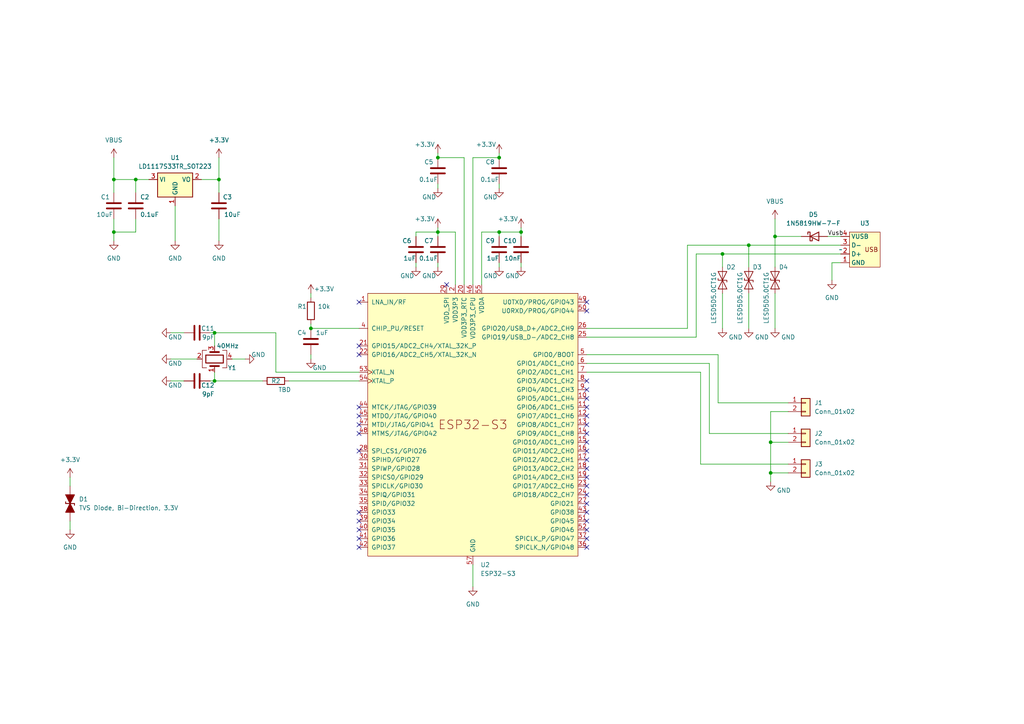
<source format=kicad_sch>
(kicad_sch (version 20230121) (generator eeschema)
  (paper "A4")
  (title_block (title "MoozyNano") (date "2023-07-21") (rev "0.1") (company "Author : Laurent Claude - www.Moozy.click") (comment 1 "License : Open Source Hardware - CC BY-SA 4.0"))
  (lib_symbols
    (symbol "1_Laurent_Librairie:PCB_USC-connector"
      (property "Reference" "U" (at 0 0 0))
      (symbol "PCB_USC-connector_1_1"
        (rectangle (start 2.54 5.08) (end 11.43 -5.08) (fill (type background)))
        (rectangle (start 8.89 0) (end 8.89 0))
        (text "USB" (at 8.89 0 0) (effects (font (size 1.27 1.27))))
        (pin power_in line (at 0 3.81 0) (length 2.54) (name "GND") (number "1"))
        (pin bidirectional line (at 0 1.27 0) (length 2.54) (name "D+") (number "2"))
        (pin bidirectional line (at 0 -1.27 0) (length 2.54) (name "D-") (number "3"))
        (pin power_in line (at 0 -3.81 0) (length 2.54) (name "VUSB") (number "4"))
      )
    )
    (symbol "Connector_Generic:Conn_01x02" (pin_names (offset 1.016) hide)
      (property "Reference" "J" (at 0 2.54 0))
      (property "Value" "Conn_01x02" (at 0 -5.08 0))
      (symbol "Conn_01x02_1_1"
        (rectangle (start -1.27 -2.413) (end 0 -2.667) (stroke (width 0.1524)))
        (rectangle (start -1.27 0.127) (end 0 -0.127) (stroke (width 0.1524)))
        (rectangle (start -1.27 1.27) (end 1.27 -3.81) (stroke (width 0.254)) (fill (type background)))
        (pin passive line (at -5.08 0 0) (length 3.81) (name "Pin_1") (number "1"))
        (pin passive line (at -5.08 -2.54 0) (length 3.81) (name "Pin_2") (number "2"))
      )
    )
    (symbol "Device:C" (pin_numbers hide) (pin_names (offset 0.254))
      (property "Reference" "C" (at 0.635 2.54 0))
      (property "Value" "C" (at 0.635 -2.54 0))
      (symbol "C_0_1"
        (polyline (pts (xy -2.032 -0.762) (xy 2.032 -0.762)) (stroke (width 0.508)))
        (polyline (pts (xy -2.032 0.762) (xy 2.032 0.762)) (stroke (width 0.508)))
      )
      (symbol "C_1_1"
        (pin passive line (at 0 3.81 270) (length 2.794) (name "~") (number "1"))
        (pin passive line (at 0 -3.81 90) (length 2.794) (name "~") (number "2"))
      )
    )
    (symbol "Device:Crystal_GND24" (pin_names (offset 1.016) hide)
      (property "Reference" "Y" (at 3.175 5.08 0))
      (property "Value" "Crystal_GND24" (at 3.175 3.175 0))
      (symbol "Crystal_GND24_0_1"
        (rectangle (start -1.143 2.54) (end 1.143 -2.54) (stroke (width 0.3048)))
        (polyline (pts (xy -2.54 0) (xy -2.032 0)))
        (polyline (pts (xy -2.032 -1.27) (xy -2.032 1.27)) (stroke (width 0.508)))
        (polyline (pts (xy 0 -3.81) (xy 0 -3.556)))
        (polyline (pts (xy 0 3.556) (xy 0 3.81)))
        (polyline (pts (xy 2.032 -1.27) (xy 2.032 1.27)) (stroke (width 0.508)))
        (polyline (pts (xy 2.032 0) (xy 2.54 0)))
        (polyline (pts (xy -2.54 -2.286) (xy -2.54 -3.556) (xy 2.54 -3.556) (xy 2.54 -2.286)))
        (polyline (pts (xy -2.54 2.286) (xy -2.54 3.556) (xy 2.54 3.556) (xy 2.54 2.286)))
      )
      (symbol "Crystal_GND24_1_1"
        (pin passive line (at -3.81 0 0) (length 1.27) (name "1") (number "1"))
        (pin passive line (at 0 5.08 270) (length 1.27) (name "2") (number "2"))
        (pin passive line (at 3.81 0 180) (length 1.27) (name "3") (number "3"))
        (pin passive line (at 0 -5.08 90) (length 1.27) (name "4") (number "4"))
      )
    )
    (symbol "Device:R" (pin_numbers hide) (pin_names (offset 0))
      (property "Reference" "R" (at 2.032 0 90))
      (property "Value" "R" (at 0 0 90))
      (symbol "R_0_1"
        (rectangle (start -1.016 -2.54) (end 1.016 2.54) (stroke (width 0.254)))
      )
      (symbol "R_1_1"
        (pin passive line (at 0 3.81 270) (length 1.27) (name "~") (number "1"))
        (pin passive line (at 0 -3.81 90) (length 1.27) (name "~") (number "2"))
      )
    )
    (symbol "Diode:1N5819" (pin_numbers hide) (pin_names (offset 1.016) hide)
      (property "Reference" "D" (at 0 2.54 0))
      (property "Value" "1N5819" (at 0 -2.54 0))
      (symbol "1N5819_0_1"
        (polyline (pts (xy 1.27 0) (xy -1.27 0)))
        (polyline (pts (xy 1.27 1.27) (xy 1.27 -1.27) (xy -1.27 0) (xy 1.27 1.27)) (stroke (width 0.254)))
        (polyline (pts (xy -1.905 0.635) (xy -1.905 1.27) (xy -1.27 1.27) (xy -1.27 -1.27) (xy -0.635 -1.27) (xy -0.635 -0.635)) (stroke (width 0.254)))
      )
      (symbol "1N5819_1_1"
        (pin passive line (at -3.81 0 0) (length 2.54) (name "K") (number "1"))
        (pin passive line (at 3.81 0 180) (length 2.54) (name "A") (number "2"))
      )
    )
    (symbol "Diode:ESD9B5.0ST5G" (pin_numbers hide) (pin_names (offset 1.016) hide)
      (property "Reference" "D" (at 0 2.54 0))
      (property "Value" "ESD9B5.0ST5G" (at 0 -2.54 0))
      (symbol "ESD9B5.0ST5G_0_1"
        (polyline (pts (xy 1.27 0) (xy -1.27 0)))
        (polyline (pts (xy -2.54 -1.27) (xy 0 0) (xy -2.54 1.27) (xy -2.54 -1.27)) (stroke (width 0.2032)))
        (polyline (pts (xy 0.508 1.27) (xy 0 1.27) (xy 0 -1.27) (xy -0.508 -1.27)) (stroke (width 0.2032)))
        (polyline (pts (xy 2.54 1.27) (xy 2.54 -1.27) (xy 0 0) (xy 2.54 1.27)) (stroke (width 0.2032)))
      )
      (symbol "ESD9B5.0ST5G_1_1"
        (pin passive line (at -3.81 0 0) (length 2.54) (name "A1") (number "1"))
        (pin passive line (at 3.81 0 180) (length 2.54) (name "A2") (number "2"))
      )
    )
    (symbol "PCM_Diode_TVS_AKL:D_TVS_Bidirectional_Generic" (pin_numbers hide) (pin_names (offset 1.016) hide)
      (property "Reference" "D" (at 0 5.08 0))
      (property "Value" "D_TVS_Bidirectional_Generic" (at 0 2.54 0))
      (symbol "D_TVS_Bidirectional_Generic_0_1"
        (polyline (pts (xy 0 -1.27) (xy -0.508 -1.27)) (stroke (width 0.254)))
        (polyline (pts (xy 0 1.27) (xy 0 -1.27)) (stroke (width 0.254)))
        (polyline (pts (xy 0 1.27) (xy 0.508 1.27)) (stroke (width 0.254)))
        (polyline (pts (xy 1.27 0) (xy -1.27 0)))
        (polyline (pts (xy 0 0) (xy -2.54 1.27) (xy -2.54 -1.27) (xy 0 0)) (stroke (width 0.254)) (fill (type outline)))
        (polyline (pts (xy 2.54 1.27) (xy 2.54 -1.27) (xy 0 0) (xy 2.54 1.27)) (stroke (width 0.254)) (fill (type outline)))
      )
      (symbol "D_TVS_Bidirectional_Generic_1_1"
        (pin passive line (at -5.08 0 0) (length 2.54) (name "K") (number "1"))
        (pin passive line (at 5.08 0 180) (length 2.54) (name "A") (number "2"))
      )
    )
    (symbol "PCM_Espressif:ESP32-S3" (pin_names (offset 1.016))
      (property "Reference" "U" (at -30.48 43.18 0))
      (property "Value" "ESP32-S3" (at -30.48 40.64 0))
      (symbol "ESP32-S3_0_0"
        (text "ESP32-S3" (at 0 0 0) (effects (font (size 2.54 2.54))))
        (pin bidirectional line (at 33.02 -35.56 180) (length 2.54) (name "SPICLK_N/GPIO48") (number "36"))
        (pin bidirectional line (at 33.02 -33.02 180) (length 2.54) (name "SPICLK_P/GPIO47") (number "37"))
      )
      (symbol "ESP32-S3_0_1"
        (rectangle (start -30.48 38.1) (end 30.48 -38.1) (fill (type background)))
      )
      (symbol "ESP32-S3_1_1"
        (pin bidirectional line (at -33.02 35.56 0) (length 2.54) (name "LNA_IN/RF") (number "1"))
        (pin bidirectional line (at 33.02 7.62 180) (length 2.54) (name "GPIO5/ADC1_CH4") (number "10"))
        (pin bidirectional line (at 33.02 5.08 180) (length 2.54) (name "GPIO6/ADC1_CH5") (number "11"))
        (pin bidirectional line (at 33.02 2.54 180) (length 2.54) (name "GPIO7/ADC1_CH6") (number "12"))
        (pin bidirectional line (at 33.02 0 180) (length 2.54) (name "GPIO8/ADC1_CH7") (number "13"))
        (pin bidirectional line (at 33.02 -2.54 180) (length 2.54) (name "GPIO9/ADC1_CH8") (number "14"))
        (pin bidirectional line (at 33.02 -5.08 180) (length 2.54) (name "GPIO10/ADC1_CH9") (number "15"))
        (pin bidirectional line (at 33.02 -7.62 180) (length 2.54) (name "GPIO11/ADC2_CH0") (number "16"))
        (pin bidirectional line (at 33.02 -10.16 180) (length 2.54) (name "GPIO12/ADC2_CH1") (number "17"))
        (pin bidirectional line (at 33.02 -12.7 180) (length 2.54) (name "GPIO13/ADC2_CH2") (number "18"))
        (pin bidirectional line (at 33.02 -15.24 180) (length 2.54) (name "GPIO14/ADC2_CH3") (number "19"))
        (pin power_in line (at -5.08 40.64 270) (length 2.54) (name "VDD3P3") (number "2"))
        (pin power_in line (at -2.54 40.64 270) (length 2.54) (name "VDD3P3_RTC") (number "20"))
        (pin bidirectional line (at -33.02 22.86 0) (length 2.54) (name "GPIO15/ADC2_CH4/XTAL_32K_P") (number "21"))
        (pin bidirectional line (at -33.02 20.32 0) (length 2.54) (name "GPIO16/ADC2_CH5/XTAL_32K_N") (number "22"))
        (pin bidirectional line (at 33.02 -17.78 180) (length 2.54) (name "GPIO17/ADC2_CH6") (number "23"))
        (pin bidirectional line (at 33.02 -20.32 180) (length 2.54) (name "GPIO18/ADC2_CH7") (number "24"))
        (pin bidirectional line (at 33.02 25.4 180) (length 2.54) (name "GPIO19/USB_D-/ADC2_CH8") (number "25"))
        (pin bidirectional line (at 33.02 27.94 180) (length 2.54) (name "GPIO20/USB_D+/ADC2_CH9") (number "26"))
        (pin bidirectional line (at 33.02 -22.86 180) (length 2.54) (name "GPIO21") (number "27"))
        (pin bidirectional line (at -33.02 -7.62 0) (length 2.54) (name "SPI_CS1/GPIO26") (number "28"))
        (pin power_out line (at -7.62 40.64 270) (length 2.54) (name "VDD_SPI") (number "29"))
        (pin power_in line (at -5.08 40.64 270) (length 2.54) hide (name "VDD3P3") (number "3"))
        (pin bidirectional line (at -33.02 -10.16 0) (length 2.54) (name "SPIHD/GPIO27") (number "30"))
        (pin bidirectional line (at -33.02 -12.7 0) (length 2.54) (name "SPIWP/GPIO28") (number "31"))
        (pin bidirectional line (at -33.02 -15.24 0) (length 2.54) (name "SPICS0/GPIO29") (number "32"))
        (pin bidirectional line (at -33.02 -17.78 0) (length 2.54) (name "SPICLK/GPIO30") (number "33"))
        (pin bidirectional line (at -33.02 -20.32 0) (length 2.54) (name "SPIQ/GPIO31") (number "34"))
        (pin bidirectional line (at -33.02 -22.86 0) (length 2.54) (name "SPID/GPIO32") (number "35"))
        (pin bidirectional line (at -33.02 -25.4 0) (length 2.54) (name "GPIO33") (number "38"))
        (pin bidirectional line (at -33.02 -27.94 0) (length 2.54) (name "GPIO34") (number "39"))
        (pin input line (at -33.02 27.94 0) (length 2.54) (name "CHIP_PU/RESET") (number "4"))
        (pin bidirectional line (at -33.02 -30.48 0) (length 2.54) (name "GPIO35") (number "40"))
        (pin bidirectional line (at -33.02 -33.02 0) (length 2.54) (name "GPIO36") (number "41"))
        (pin bidirectional line (at -33.02 -35.56 0) (length 2.54) (name "GPIO37") (number "42"))
        (pin bidirectional line (at 33.02 -25.4 180) (length 2.54) (name "GPIO38") (number "43"))
        (pin bidirectional line (at -33.02 5.08 0) (length 2.54) (name "MTCK/JTAG/GPIO39") (number "44"))
        (pin bidirectional line (at -33.02 2.54 0) (length 2.54) (name "MTDO/JTAG/GPIO40") (number "45"))
        (pin power_in line (at 0 40.64 270) (length 2.54) (name "VDD3P3_CPU") (number "46"))
        (pin bidirectional line (at -33.02 0 0) (length 2.54) (name "MTDI/JTAG/GPIO41") (number "47"))
        (pin bidirectional line (at -33.02 -2.54 0) (length 2.54) (name "MTMS/JTAG/GPIO42") (number "48"))
        (pin bidirectional line (at 33.02 35.56 180) (length 2.54) (name "U0TXD/PROG/GPIO43") (number "49"))
        (pin bidirectional line (at 33.02 20.32 180) (length 2.54) (name "GPIO0/BOOT") (number "5"))
        (pin bidirectional line (at 33.02 33.02 180) (length 2.54) (name "U0RXD/PROG/GPIO44") (number "50"))
        (pin bidirectional line (at 33.02 -27.94 180) (length 2.54) (name "GPIO45") (number "51"))
        (pin bidirectional line (at 33.02 -30.48 180) (length 2.54) (name "GPIO46") (number "52"))
        (pin input clock (at -33.02 15.24 0) (length 2.54) (name "XTAL_N") (number "53"))
        (pin output clock (at -33.02 12.7 0) (length 2.54) (name "XTAL_P") (number "54"))
        (pin power_in line (at 2.54 40.64 270) (length 2.54) (name "VDDA") (number "55"))
        (pin passive line (at 2.54 40.64 270) (length 2.54) hide (name "VDDA") (number "56"))
        (pin power_in line (at 0 -40.64 90) (length 2.54) (name "GND") (number "57"))
        (pin bidirectional line (at 33.02 17.78 180) (length 2.54) (name "GPIO1/ADC1_CH0") (number "6"))
        (pin bidirectional line (at 33.02 15.24 180) (length 2.54) (name "GPIO2/ADC1_CH1") (number "7"))
        (pin bidirectional line (at 33.02 12.7 180) (length 2.54) (name "GPIO3/ADC1_CH2") (number "8"))
        (pin bidirectional line (at 33.02 10.16 180) (length 2.54) (name "GPIO4/ADC1_CH3") (number "9"))
      )
    )
    (symbol "Regulator_Linear:LD1117S33TR_SOT223"
      (property "Reference" "U" (at -3.81 3.175 0))
      (property "Value" "LD1117S33TR_SOT223" (at 0 3.175 0))
      (symbol "LD1117S33TR_SOT223_0_1"
        (rectangle (start -5.08 -5.08) (end 5.08 1.905) (stroke (width 0.254)) (fill (type background)))
      )
      (symbol "LD1117S33TR_SOT223_1_1"
        (pin power_in line (at 0 -7.62 90) (length 2.54) (name "GND") (number "1"))
        (pin power_out line (at 7.62 0 180) (length 2.54) (name "VO") (number "2"))
        (pin power_in line (at -7.62 0 0) (length 2.54) (name "VI") (number "3"))
      )
    )
    (symbol "power:+3.3V" (power) (pin_names (offset 0))
      (property "Value" "+3.3V" (at 0 3.556 0))
      (symbol "+3.3V_0_1"
        (polyline (pts (xy -0.762 1.27) (xy 0 2.54)))
        (polyline (pts (xy 0 0) (xy 0 2.54)))
        (polyline (pts (xy 0 2.54) (xy 0.762 1.27)))
      )
      (symbol "+3.3V_1_1"
        (pin power_in line (at 0 0 90) (length 0) hide (name "+3.3V") (number "1"))
      )
    )
    (symbol "power:GND" (power) (pin_names (offset 0))
      (property "Value" "GND" (at 0 -3.81 0))
      (symbol "GND_0_1"
        (polyline (pts (xy 0 0) (xy 0 -1.27) (xy 1.27 -1.27) (xy 0 -2.54) (xy -1.27 -1.27) (xy 0 -1.27)))
      )
      (symbol "GND_1_1"
        (pin power_in line (at 0 0 270) (length 0) hide (name "GND") (number "1"))
      )
    )
    (symbol "power:VBUS" (power) (pin_names (offset 0))
      (property "Value" "VBUS" (at 0 3.81 0))
      (symbol "VBUS_0_1"
        (polyline (pts (xy -0.762 1.27) (xy 0 2.54)))
        (polyline (pts (xy 0 0) (xy 0 2.54)))
        (polyline (pts (xy 0 2.54) (xy 0.762 1.27)))
      )
      (symbol "VBUS_1_1"
        (pin power_in line (at 0 0 90) (length 0) hide (name "VBUS") (number "1"))
      )
    )
  )
  (junction (at 223.52 128.27))
  (junction (at 144.78 45.72))
  (junction (at 33.02 52.07))
  (junction (at 62.23 110.49))
  (junction (at 90.17 95.25))
  (junction (at 63.5 52.07))
  (junction (at 151.13 67.31))
  (junction (at 144.78 67.31))
  (junction (at 209.55 73.66))
  (junction (at 217.17 71.12))
  (junction (at 127 45.72))
  (junction (at 39.37 52.07))
  (junction (at 224.79 68.58))
  (junction (at 223.52 137.16))
  (junction (at 127 67.31))
  (junction (at 62.23 96.52))
  (junction (at 33.02 67.31))
  (no_connect (at 170.18 128.27))
  (no_connect (at 104.14 151.13))
  (no_connect (at 129.54 82.55))
  (no_connect (at 170.18 110.49))
  (no_connect (at 104.14 156.21))
  (no_connect (at 170.18 125.73))
  (no_connect (at 170.18 153.67))
  (no_connect (at 104.14 123.19))
  (no_connect (at 170.18 143.51))
  (no_connect (at 170.18 120.65))
  (no_connect (at 170.18 90.17))
  (no_connect (at 104.14 130.81))
  (no_connect (at 170.18 140.97))
  (no_connect (at 104.14 102.87))
  (no_connect (at 170.18 133.35))
  (no_connect (at 170.18 135.89))
  (no_connect (at 170.18 87.63))
  (no_connect (at 104.14 120.65))
  (no_connect (at 170.18 138.43))
  (no_connect (at 104.14 153.67))
  (no_connect (at 170.18 113.03))
  (no_connect (at 170.18 130.81))
  (no_connect (at 170.18 151.13))
  (no_connect (at 170.18 146.05))
  (no_connect (at 170.18 148.59))
  (no_connect (at 170.18 123.19))
  (no_connect (at 170.18 158.75))
  (no_connect (at 170.18 118.11))
  (no_connect (at 104.14 158.75))
  (no_connect (at 104.14 148.59))
  (no_connect (at 170.18 156.21))
  (no_connect (at 104.14 125.73))
  (no_connect (at 170.18 115.57))
  (no_connect (at 104.14 87.63))
  (no_connect (at 104.14 118.11))
  (no_connect (at 104.14 100.33))
  (wire (pts (xy 208.28 116.84) (xy 228.6 116.84)))
  (wire (pts (xy 53.34 96.52) (xy 49.53 96.52)))
  (wire (pts (xy 205.74 105.41) (xy 170.18 105.41)))
  (wire (pts (xy 90.17 93.98) (xy 90.17 95.25)))
  (wire (pts (xy 205.74 125.73) (xy 228.6 125.73)))
  (wire (pts (xy 62.23 110.49) (xy 60.96 110.49)))
  (wire (pts (xy 151.13 76.2) (xy 151.13 77.47)))
  (wire (pts (xy 199.39 71.12) (xy 199.39 95.25)))
  (wire (pts (xy 127 67.31) (xy 127 66.04)))
  (wire (pts (xy 151.13 68.58) (xy 151.13 67.31)))
  (wire (pts (xy 57.15 104.14) (xy 49.53 104.14)))
  (wire (pts (xy 170.18 97.79) (xy 201.93 97.79)))
  (wire (pts (xy 127 67.31) (xy 127 68.58)))
  (wire (pts (xy 62.23 107.95) (xy 62.23 110.49)))
  (wire (pts (xy 203.2 107.95) (xy 203.2 134.62)))
  (wire (pts (xy 33.02 45.72) (xy 33.02 52.07)))
  (wire (pts (xy 228.6 128.27) (xy 223.52 128.27)))
  (wire (pts (xy 201.93 73.66) (xy 201.93 97.79)))
  (wire (pts (xy 217.17 85.09) (xy 217.17 95.25)))
  (wire (pts (xy 80.01 96.52) (xy 80.01 107.95)))
  (wire (pts (xy 224.79 68.58) (xy 232.41 68.58)))
  (wire (pts (xy 240.03 68.58) (xy 243.84 68.58)))
  (wire (pts (xy 127 45.72) (xy 134.62 45.72)))
  (wire (pts (xy 33.02 52.07) (xy 33.02 55.88)))
  (wire (pts (xy 120.65 67.31) (xy 120.65 68.58)))
  (wire (pts (xy 205.74 105.41) (xy 205.74 125.73)))
  (wire (pts (xy 62.23 96.52) (xy 62.23 100.33)))
  (wire (pts (xy 243.84 76.2) (xy 241.3 76.2)))
  (wire (pts (xy 228.6 137.16) (xy 223.52 137.16)))
  (wire (pts (xy 50.8 59.69) (xy 50.8 69.85)))
  (wire (pts (xy 208.28 102.87) (xy 208.28 116.84)))
  (wire (pts (xy 241.3 76.2) (xy 241.3 81.28)))
  (wire (pts (xy 132.08 67.31) (xy 132.08 82.55)))
  (wire (pts (xy 58.42 52.07) (xy 63.5 52.07)))
  (wire (pts (xy 170.18 95.25) (xy 199.39 95.25)))
  (wire (pts (xy 39.37 52.07) (xy 43.18 52.07)))
  (wire (pts (xy 71.12 104.14) (xy 67.31 104.14)))
  (wire (pts (xy 217.17 71.12) (xy 243.84 71.12)))
  (wire (pts (xy 223.52 119.38) (xy 223.52 128.27)))
  (wire (pts (xy 203.2 134.62) (xy 228.6 134.62)))
  (wire (pts (xy 144.78 68.58) (xy 144.78 67.31)))
  (wire (pts (xy 217.17 71.12) (xy 217.17 77.47)))
  (wire (pts (xy 90.17 95.25) (xy 104.14 95.25)))
  (wire (pts (xy 39.37 55.88) (xy 39.37 52.07)))
  (wire (pts (xy 63.5 45.72) (xy 63.5 52.07)))
  (wire (pts (xy 224.79 68.58) (xy 224.79 77.47)))
  (wire (pts (xy 80.01 107.95) (xy 104.14 107.95)))
  (wire (pts (xy 199.39 71.12) (xy 217.17 71.12)))
  (wire (pts (xy 209.55 73.66) (xy 209.55 77.47)))
  (wire (pts (xy 137.16 163.83) (xy 137.16 170.18)))
  (wire (pts (xy 144.78 53.34) (xy 144.78 54.61)))
  (wire (pts (xy 144.78 67.31) (xy 139.7 67.31)))
  (wire (pts (xy 209.55 73.66) (xy 243.84 73.66)))
  (wire (pts (xy 33.02 67.31) (xy 33.02 69.85)))
  (wire (pts (xy 137.16 45.72) (xy 137.16 82.55)))
  (wire (pts (xy 60.96 96.52) (xy 62.23 96.52)))
  (wire (pts (xy 63.5 63.5) (xy 63.5 69.85)))
  (wire (pts (xy 120.65 67.31) (xy 127 67.31)))
  (wire (pts (xy 20.32 151.13) (xy 20.32 153.67)))
  (wire (pts (xy 224.79 85.09) (xy 224.79 95.25)))
  (wire (pts (xy 39.37 63.5) (xy 39.37 67.31)))
  (wire (pts (xy 209.55 85.09) (xy 209.55 95.25)))
  (wire (pts (xy 90.17 85.09) (xy 90.17 86.36)))
  (wire (pts (xy 144.78 44.45) (xy 144.78 45.72)))
  (wire (pts (xy 62.23 96.52) (xy 80.01 96.52)))
  (wire (pts (xy 144.78 45.72) (xy 137.16 45.72)))
  (wire (pts (xy 224.79 63.5) (xy 224.79 68.58)))
  (wire (pts (xy 139.7 67.31) (xy 139.7 82.55)))
  (wire (pts (xy 120.65 76.2) (xy 120.65 77.47)))
  (wire (pts (xy 127 76.2) (xy 127 77.47)))
  (wire (pts (xy 53.34 110.49) (xy 49.53 110.49)))
  (wire (pts (xy 144.78 67.31) (xy 151.13 67.31)))
  (wire (pts (xy 20.32 138.43) (xy 20.32 140.97)))
  (wire (pts (xy 63.5 52.07) (xy 63.5 55.88)))
  (wire (pts (xy 127 67.31) (xy 132.08 67.31)))
  (wire (pts (xy 170.18 107.95) (xy 203.2 107.95)))
  (wire (pts (xy 144.78 76.2) (xy 144.78 77.47)))
  (wire (pts (xy 228.6 119.38) (xy 223.52 119.38)))
  (wire (pts (xy 151.13 66.04) (xy 151.13 67.31)))
  (wire (pts (xy 83.82 110.49) (xy 104.14 110.49)))
  (wire (pts (xy 201.93 73.66) (xy 209.55 73.66)))
  (wire (pts (xy 170.18 102.87) (xy 208.28 102.87)))
  (wire (pts (xy 39.37 52.07) (xy 33.02 52.07)))
  (wire (pts (xy 134.62 45.72) (xy 134.62 82.55)))
  (wire (pts (xy 127 53.34) (xy 127 54.61)))
  (wire (pts (xy 223.52 137.16) (xy 223.52 139.7)))
  (wire (pts (xy 33.02 63.5) (xy 33.02 67.31)))
  (wire (pts (xy 223.52 128.27) (xy 223.52 137.16)))
  (wire (pts (xy 90.17 104.14) (xy 90.17 102.87)))
  (wire (pts (xy 127 44.45) (xy 127 45.72)))
  (wire (pts (xy 39.37 67.31) (xy 33.02 67.31)))
  (wire (pts (xy 62.23 110.49) (xy 76.2 110.49)))
  (label "Vusb" (at 240.03 68.58 0))
  (symbol (lib_id "Device:R") (at 80.01 110.49 90) (unit 1)
    (property "Reference" "R2" (at 80.01 110.49 90))
    (property "Value" "TBD" (at 82.55 113.03 90))
    (property "Footprint" "Resistor_SMD:R_0805_2012Metric_Pad1.20x1.40mm_HandSolder" (effects hide))
  )
  (symbol (lib_id "Device:C") (at 57.15 110.49 90) (unit 1)
    (property "Reference" "C12" (at 62.23 111.76 90) (effects (justify left)))
    (property "Value" "9pF" (at 62.23 114.3 90) (effects (justify left)))
    (property "Footprint" "Capacitor_SMD:C_0805_2012Metric_Pad1.18x1.45mm_HandSolder" (effects hide))
  )
  (symbol (lib_id "power:GND") (at 217.17 95.25 0) (unit 1)
    (property "Reference" "#PWR017" (effects hide))
    (property "Value" "GND" (at 220.98 97.79 0))
  )
  (symbol (lib_id "power:GND") (at 71.12 104.14 90) (unit 1)
    (property "Reference" "#PWR028" (effects hide))
    (property "Value" "GND" (at 74.93 102.87 90))
  )
  (symbol (lib_id "power:GND") (at 144.78 77.47 0) (unit 1)
    (property "Reference" "#PWR023" (effects hide))
    (property "Value" "GND" (at 142.24 80.01 0))
  )
  (symbol (lib_id "power:GND") (at 33.02 69.85 0) (unit 1)
    (property "Reference" "#PWR02" (effects hide))
    (property "Value" "GND" (at 33.02 74.93 0))
  )
  (symbol (lib_id "Device:C") (at 90.17 99.06 180) (unit 1)
    (property "Reference" "C4" (at 88.9 96.52 0) (effects (justify left)))
    (property "Value" "1uF" (at 95.25 96.52 0) (effects (justify left)))
    (property "Footprint" "Capacitor_SMD:C_0805_2012Metric_Pad1.18x1.45mm_HandSolder" (effects hide))
  )
  (symbol (lib_id "Device:C") (at 57.15 96.52 90) (unit 1)
    (property "Reference" "C11" (at 62.23 95.25 90) (effects (justify left)))
    (property "Value" "9pF" (at 62.23 97.79 90) (effects (justify left)))
    (property "Footprint" "Capacitor_SMD:C_0805_2012Metric_Pad1.18x1.45mm_HandSolder" (effects hide))
  )
  (symbol (lib_id "Diode:ESD9B5.0ST5G") (at 217.17 81.28 270) (unit 1)
    (property "Reference" "D3" (at 220.98 77.47 90) (effects (justify right)))
    (property "Value" "LESD5D5.0CT1G" (at 214.63 93.98 0) (effects (justify right)))
    (property "Footprint" "Diode_SMD:D_SOD-923" (effects hide))
    (property "Datasheet" "https://www.onsemi.com/pub/Collateral/ESD9B-D.PDF" (effects hide))
  )
  (symbol (lib_id "power:+3.3V") (at 127 44.45 0) (unit 1)
    (property "Reference" "#PWR026" (effects hide))
    (property "Value" "+3.3V" (at 123.19 41.91 0))
  )
  (symbol (lib_id "power:+3.3V") (at 63.5 45.72 0) (unit 1)
    (property "Reference" "#PWR04" (effects hide))
    (property "Value" "+3.3V" (at 63.5 40.64 0))
  )
  (symbol (lib_id "PCM_Diode_TVS_AKL:D_TVS_Bidirectional_Generic") (at 20.32 146.05 90) (unit 1)
    (property "Reference" "D1" (at 22.86 144.78 90) (effects (justify right)))
    (property "Value" "TVS Diode, Bi-Direction, 3.3V" (at 22.86 147.32 90) (effects (justify right)))
    (property "Footprint" "Diode_SMD:D_SOD-323_HandSoldering" (effects hide))
  )
  (symbol (lib_id "power:+3.3V") (at 20.32 138.43 0) (unit 1)
    (property "Reference" "#PWR06" (effects hide))
    (property "Value" "+3.3V" (at 20.32 133.35 0))
  )
  (symbol (lib_id "Connector_Generic:Conn_01x02") (at 233.68 125.73 0) (unit 1)
    (property "Reference" "J2" (at 236.22 125.73 0) (effects (justify left)))
    (property "Value" "Conn_01x02" (at 236.22 128.27 0) (effects (justify left)))
    (property "Footprint" "Connector_JST:JST_PH_B2B-PH-K_1x02_P2.00mm_Vertical" (effects hide))
  )
  (symbol (lib_id "Device:C") (at 144.78 49.53 180) (unit 1)
    (property "Reference" "C8" (at 143.51 46.99 0) (effects (justify left)))
    (property "Value" "0.1uF" (at 144.78 52.07 0) (effects (justify left)))
    (property "Footprint" "Capacitor_SMD:C_0805_2012Metric_Pad1.18x1.45mm_HandSolder" (effects hide))
  )
  (symbol (lib_id "power:GND") (at 209.55 95.25 0) (unit 1)
    (property "Reference" "#PWR016" (effects hide))
    (property "Value" "GND" (at 213.36 97.79 0))
  )
  (symbol (lib_id "power:GND") (at 151.13 77.47 0) (unit 1)
    (property "Reference" "#PWR024" (effects hide))
    (property "Value" "GND" (at 148.59 80.01 0))
  )
  (symbol (lib_id "Device:C") (at 120.65 72.39 180) (unit 1)
    (property "Reference" "C6" (at 119.38 69.85 0) (effects (justify left)))
    (property "Value" "1uF" (at 120.65 74.93 0) (effects (justify left)))
    (property "Footprint" "Capacitor_SMD:C_0805_2012Metric_Pad1.18x1.45mm_HandSolder" (effects hide))
  )
  (symbol (lib_id "power:GND") (at 137.16 170.18 0) (unit 1)
    (property "Reference" "#PWR015" (effects hide))
    (property "Value" "GND" (at 137.16 175.26 0))
  )
  (symbol (lib_id "power:GND") (at 49.53 96.52 270) (unit 1)
    (property "Reference" "#PWR029" (effects hide))
    (property "Value" "GND" (at 50.8 97.79 90))
  )
  (symbol (lib_id "power:VBUS") (at 33.02 45.72 0) (unit 1)
    (property "Reference" "#PWR01" (effects hide))
    (property "Value" "VBUS" (at 33.02 40.64 0))
  )
  (symbol (lib_id "power:GND") (at 49.53 110.49 270) (unit 1)
    (property "Reference" "#PWR030" (effects hide))
    (property "Value" "GND" (at 50.8 111.76 90))
  )
  (symbol (lib_id "power:GND") (at 127 77.47 0) (unit 1)
    (property "Reference" "#PWR013" (effects hide))
    (property "Value" "GND" (at 124.46 80.01 0))
  )
  (symbol (lib_id "Device:C") (at 39.37 59.69 0) (unit 1)
    (property "Reference" "C2" (at 40.64 57.15 0) (effects (justify left)))
    (property "Value" "0.1uF" (at 40.64 62.23 0) (effects (justify left)))
    (property "Footprint" "Capacitor_SMD:C_0805_2012Metric_Pad1.18x1.45mm_HandSolder" (effects hide))
  )
  (symbol (lib_id "power:GND") (at 127 54.61 0) (unit 1)
    (property "Reference" "#PWR011" (effects hide))
    (property "Value" "GND" (at 124.46 57.15 0))
  )
  (symbol (lib_id "power:GND") (at 49.53 104.14 270) (unit 1)
    (property "Reference" "#PWR027" (effects hide))
    (property "Value" "GND" (at 50.8 105.41 90))
  )
  (symbol (lib_id "power:GND") (at 241.3 81.28 0) (mirror y) (unit 1)
    (property "Reference" "#PWR021" (effects hide))
    (property "Value" "GND" (at 241.3 86.36 0))
  )
  (symbol (lib_id "1_Laurent_Librairie:PCB_USC-connector") (at 243.84 72.39 0) (mirror x) (unit 1)
    (property "Reference" "U3" (at 250.825 64.77 0))
    (property "Value" "~" (at 243.84 72.39 0))
    (property "Footprint" "1_Laurent_Librairie:PCB_USB_Connector" (effects hide))
  )
  (symbol (lib_id "power:+3.3V") (at 151.13 66.04 0) (unit 1)
    (property "Reference" "#PWR010" (effects hide))
    (property "Value" "+3.3V" (at 147.32 63.5 0))
  )
  (symbol (lib_id "Device:C") (at 127 72.39 180) (unit 1)
    (property "Reference" "C7" (at 125.73 69.85 0) (effects (justify left)))
    (property "Value" "0.1uF" (at 127 74.93 0) (effects (justify left)))
    (property "Footprint" "Capacitor_SMD:C_0805_2012Metric_Pad1.18x1.45mm_HandSolder" (effects hide))
  )
  (symbol (lib_id "power:GND") (at 224.79 95.25 0) (unit 1)
    (property "Reference" "#PWR020" (effects hide))
    (property "Value" "GND" (at 228.6 97.79 0))
  )
  (symbol (lib_id "Diode:1N5819") (at 236.22 68.58 0) (unit 1)
    (property "Reference" "D5" (at 235.9025 62.23 0))
    (property "Value" "1N5819HW-7-F" (at 235.9025 64.77 0))
    (property "Footprint" "Diode_SMD:D_SOD-123" (effects hide))
    (property "Datasheet" "http://www.vishay.com/docs/88525/1n5817.pdf" (effects hide))
  )
  (symbol (lib_id "power:GND") (at 20.32 153.67 0) (unit 1)
    (property "Reference" "#PWR07" (effects hide))
    (property "Value" "GND" (at 20.32 158.75 0))
  )
  (symbol (lib_id "Device:C") (at 33.02 59.69 0) (unit 1)
    (property "Reference" "C1" (at 29.21 57.15 0) (effects (justify left)))
    (property "Value" "10uF" (at 27.94 62.23 0) (effects (justify left)))
    (property "Footprint" "Capacitor_SMD:C_0805_2012Metric_Pad1.18x1.45mm_HandSolder" (effects hide))
  )
  (symbol (lib_id "Diode:ESD9B5.0ST5G") (at 209.55 81.28 270) (unit 1)
    (property "Reference" "D2" (at 213.36 77.47 90) (effects (justify right)))
    (property "Value" "LESD5D5.0CT1G" (at 207.01 93.98 0) (effects (justify right)))
    (property "Footprint" "Diode_SMD:D_SOD-923" (effects hide))
    (property "Datasheet" "https://www.onsemi.com/pub/Collateral/ESD9B-D.PDF" (effects hide))
  )
  (symbol (lib_id "power:GND") (at 223.52 139.7 0) (unit 1)
    (property "Reference" "#PWR018" (effects hide))
    (property "Value" "GND" (at 227.33 142.24 0))
  )
  (symbol (lib_id "Diode:ESD9B5.0ST5G") (at 224.79 81.28 270) (unit 1)
    (property "Reference" "D4" (at 228.6 77.47 90) (effects (justify right)))
    (property "Value" "LESD5D5.0CT1G" (at 222.25 93.98 0) (effects (justify right)))
    (property "Footprint" "Diode_SMD:D_SOD-923" (effects hide))
    (property "Datasheet" "https://www.onsemi.com/pub/Collateral/ESD9B-D.PDF" (effects hide))
  )
  (symbol (lib_id "Connector_Generic:Conn_01x02") (at 233.68 116.84 0) (unit 1)
    (property "Reference" "J1" (at 236.22 116.84 0) (effects (justify left)))
    (property "Value" "Conn_01x02" (at 236.22 119.38 0) (effects (justify left)))
    (property "Footprint" "Connector_JST:JST_PH_B2B-PH-K_1x02_P2.00mm_Vertical" (effects hide))
  )
  (symbol (lib_id "Device:C") (at 144.78 72.39 180) (unit 1)
    (property "Reference" "C9" (at 143.51 69.85 0) (effects (justify left)))
    (property "Value" "1uF" (at 144.78 74.93 0) (effects (justify left)))
    (property "Footprint" "Capacitor_SMD:C_0805_2012Metric_Pad1.18x1.45mm_HandSolder" (effects hide))
  )
  (symbol (lib_id "power:VBUS") (at 224.79 63.5 0) (unit 1)
    (property "Reference" "#PWR019" (effects hide))
    (property "Value" "VBUS" (at 224.79 58.42 0))
  )
  (symbol (lib_id "power:+3.3V") (at 127 66.04 0) (unit 1)
    (property "Reference" "#PWR022" (effects hide))
    (property "Value" "+3.3V" (at 123.19 63.5 0))
  )
  (symbol (lib_id "power:+3.3V") (at 90.17 85.09 0) (unit 1)
    (property "Reference" "#PWR08" (effects hide))
    (property "Value" "+3.3V" (at 93.98 83.82 0))
  )
  (symbol (lib_id "Device:C") (at 127 49.53 180) (unit 1)
    (property "Reference" "C5" (at 125.73 46.99 0) (effects (justify left)))
    (property "Value" "0.1uF" (at 127 52.07 0) (effects (justify left)))
    (property "Footprint" "Capacitor_SMD:C_0805_2012Metric_Pad1.18x1.45mm_HandSolder" (effects hide))
  )
  (symbol (lib_id "Regulator_Linear:LD1117S33TR_SOT223") (at 50.8 52.07 0) (unit 1)
    (property "Reference" "U1" (at 50.8 45.72 0))
    (property "Value" "LD1117S33TR_SOT223" (at 50.8 48.26 0))
    (property "Footprint" "Package_TO_SOT_SMD:SOT-223-3_TabPin2" (effects hide))
    (property "Datasheet" "http://www.st.com/st-web-ui/static/active/en/resource/technical/document/datasheet/CD00000544.pdf" (effects hide))
  )
  (symbol (lib_id "Device:R") (at 90.17 90.17 0) (unit 1)
    (property "Reference" "R1" (at 87.63 88.9 0))
    (property "Value" "10k" (at 93.98 88.9 0))
    (property "Footprint" "Resistor_SMD:R_0805_2012Metric_Pad1.20x1.40mm_HandSolder" (effects hide))
  )
  (symbol (lib_id "power:+3.3V") (at 144.78 44.45 0) (unit 1)
    (property "Reference" "#PWR025" (effects hide))
    (property "Value" "+3.3V" (at 140.97 41.91 0))
  )
  (symbol (lib_id "Connector_Generic:Conn_01x02") (at 233.68 134.62 0) (unit 1)
    (property "Reference" "J3" (at 236.22 134.62 0) (effects (justify left)))
    (property "Value" "Conn_01x02" (at 236.22 137.16 0) (effects (justify left)))
    (property "Footprint" "Connector_JST:JST_PH_B2B-PH-K_1x02_P2.00mm_Vertical" (effects hide))
  )
  (symbol (lib_id "PCM_Espressif:ESP32-S3") (at 137.16 123.19 0) (unit 1)
    (property "Reference" "U2" (at 139.3541 163.83 0) (effects (justify left)))
    (property "Value" "ESP32-S3" (at 139.3541 166.37 0) (effects (justify left)))
    (property "Footprint" "Package_DFN_QFN:QFN-56-1EP_7x7mm_P0.4mm_EP4x4mm" (effects hide))
    (property "Datasheet" "https://www.espressif.com/sites/default/files/documentation/esp32-s3_datasheet_en.pdf" (effects hide))
  )
  (symbol (lib_id "power:GND") (at 63.5 69.85 0) (unit 1)
    (property "Reference" "#PWR05" (effects hide))
    (property "Value" "GND" (at 63.5 74.93 0))
  )
  (symbol (lib_id "Device:C") (at 151.13 72.39 180) (unit 1)
    (property "Reference" "C10" (at 149.86 69.85 0) (effects (justify left)))
    (property "Value" "10nF" (at 151.13 74.93 0) (effects (justify left)))
    (property "Footprint" "Capacitor_SMD:C_0805_2012Metric_Pad1.18x1.45mm_HandSolder" (effects hide))
  )
  (symbol (lib_id "power:GND") (at 120.65 77.47 0) (unit 1)
    (property "Reference" "#PWR012" (effects hide))
    (property "Value" "GND" (at 118.11 80.01 0))
  )
  (symbol (lib_id "Device:C") (at 63.5 59.69 180) (unit 1)
    (property "Reference" "C3" (at 67.31 57.15 0) (effects (justify left)))
    (property "Value" "10uF" (at 69.85 62.23 0) (effects (justify left)))
    (property "Footprint" "Capacitor_SMD:C_0805_2012Metric_Pad1.18x1.45mm_HandSolder" (effects hide))
  )
  (symbol (lib_id "Device:Crystal_GND24") (at 62.23 104.14 90) (unit 1)
    (property "Reference" "Y1" (at 67.31 106.68 90))
    (property "Value" "40MHz" (at 66.04 100.33 90))
    (property "Footprint" "Crystal:Crystal_SMD_3225-4Pin_3.2x2.5mm_HandSoldering" (effects hide))
    (property "Datasheet" "https://jlcpcb.com/partdetail/Tst-TZ0308D/C379787" (effects hide))
    (property "Champ4" "TZ0308D     40MHz 9pF ±10ppm SMD3225-4P Crystals ROHS" (effects hide))
  )
  (symbol (lib_id "power:GND") (at 90.17 104.14 0) (unit 1)
    (property "Reference" "#PWR09" (effects hide))
    (property "Value" "GND" (at 92.71 106.68 0))
  )
  (symbol (lib_id "power:GND") (at 144.78 54.61 0) (unit 1)
    (property "Reference" "#PWR014" (effects hide))
    (property "Value" "GND" (at 142.24 57.15 0))
  )
  (symbol (lib_id "power:GND") (at 50.8 69.85 0) (unit 1)
    (property "Reference" "#PWR03" (effects hide))
    (property "Value" "GND" (at 50.8 74.93 0))
  )
)
</source>
